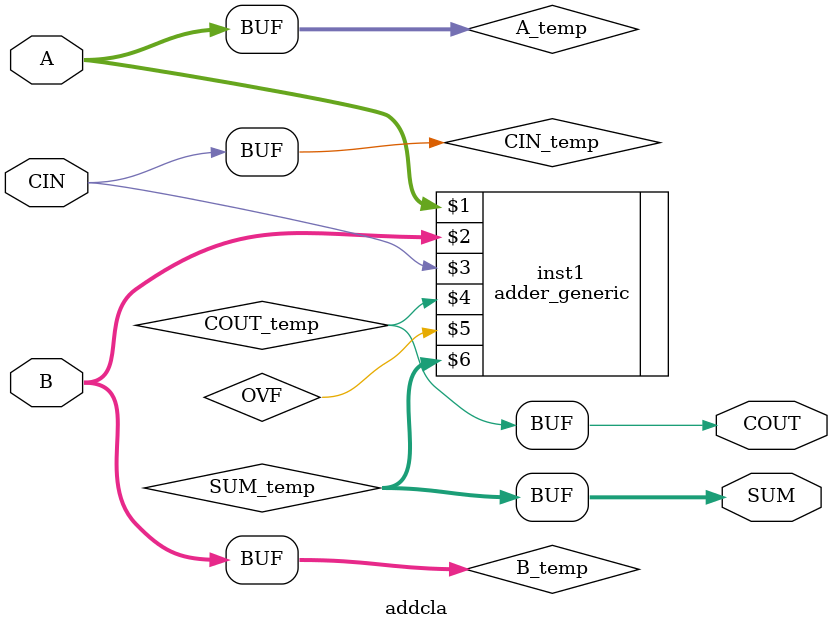
<source format=v>
module addcla(A,B,CIN,COUT,SUM);
  parameter N = 8;
  parameter DPFLAG = 1;
  parameter GROUP = "dpath1";
  parameter
        d_A = 0,
        d_B = 0,
        d_CIN_r = 0,
        d_CIN_f = 0,
        d_COUT_r = 1,
        d_COUT_f = 1,
        d_SUM = 1;
  input [(N - 1):0] A;
  input [(N - 1):0] B;
  input  CIN;
  output  COUT;
  output [(N - 1):0] SUM;
  wire [(N - 1):0] A_temp;
  wire [(N - 1):0] B_temp;
  wire  CIN_temp;
  wire  COUT_temp;
  wire [(N - 1):0] SUM_temp;
  wire  OVF;
  assign #(d_A) A_temp = A;
  assign #(d_B) B_temp = B;
  assign #(d_CIN_r,d_CIN_f) CIN_temp = CIN;
  assign #(d_COUT_r,d_COUT_f) COUT = COUT_temp;
  assign #(d_SUM) SUM = SUM_temp;
  adder_generic #(N) inst1 (A_temp,B_temp,CIN_temp,COUT_temp,OVF,SUM_temp);
endmodule

</source>
